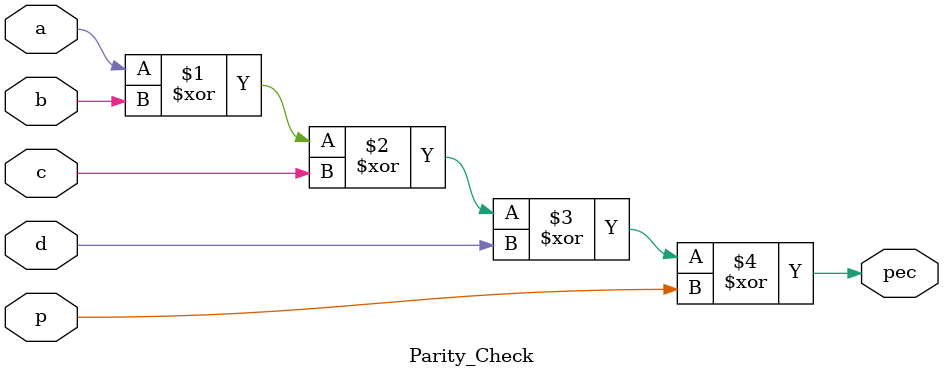
<source format=v>


`timescale 1ns / 1ps
module Parity_Check(
input a,b,c,d,p,
output pec
    );
    assign pec = a ^ b ^ c ^ d ^ p;
endmodule

</source>
